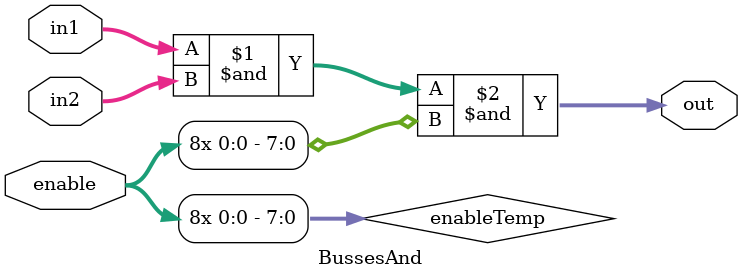
<source format=sv>


module	BussesAnd	(	
 
					input	logic	[7:0] in1,
					input	logic	[7:0] in2,
					input logic enable,


					output logic [7:0] out
		
					
					
					
);

//////////--------------------------------------------------------------------------------------------------------------=

logic [7:0] enableTemp;

assign enableTemp[0] = enable;
assign enableTemp[1] = enable;
assign enableTemp[2] = enable;
assign enableTemp[3] = enable;
assign enableTemp[4] = enable;
assign enableTemp[5] = enable;
assign enableTemp[6] = enable;
assign enableTemp[7] = enable;


assign out = (in1 & in2 & enableTemp); //to check

endmodule





</source>
